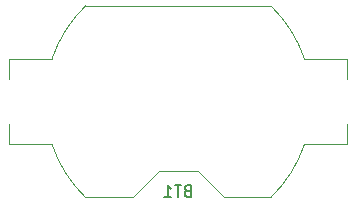
<source format=gbr>
%TF.GenerationSoftware,KiCad,Pcbnew,6.0.7-f9a2dced07~116~ubuntu22.04.1*%
%TF.CreationDate,2022-08-30T22:25:08-07:00*%
%TF.ProjectId,kicad_hello_world,6b696361-645f-4686-956c-6c6f5f776f72,0*%
%TF.SameCoordinates,Original*%
%TF.FileFunction,Legend,Bot*%
%TF.FilePolarity,Positive*%
%FSLAX46Y46*%
G04 Gerber Fmt 4.6, Leading zero omitted, Abs format (unit mm)*
G04 Created by KiCad (PCBNEW 6.0.7-f9a2dced07~116~ubuntu22.04.1) date 2022-08-30 22:25:08*
%MOMM*%
%LPD*%
G01*
G04 APERTURE LIST*
%ADD10C,0.150000*%
%ADD11C,0.120000*%
G04 APERTURE END LIST*
D10*
%TO.C,BT1*%
X135785714Y-97548571D02*
X135642857Y-97596190D01*
X135595238Y-97643809D01*
X135547619Y-97739047D01*
X135547619Y-97881904D01*
X135595238Y-97977142D01*
X135642857Y-98024761D01*
X135738095Y-98072380D01*
X136119047Y-98072380D01*
X136119047Y-97072380D01*
X135785714Y-97072380D01*
X135690476Y-97120000D01*
X135642857Y-97167619D01*
X135595238Y-97262857D01*
X135595238Y-97358095D01*
X135642857Y-97453333D01*
X135690476Y-97500952D01*
X135785714Y-97548571D01*
X136119047Y-97548571D01*
X135261904Y-97072380D02*
X134690476Y-97072380D01*
X134976190Y-98072380D02*
X134976190Y-97072380D01*
X133833333Y-98072380D02*
X134404761Y-98072380D01*
X134119047Y-98072380D02*
X134119047Y-97072380D01*
X134214285Y-97215238D01*
X134309523Y-97310476D01*
X134404761Y-97358095D01*
D11*
X142845371Y-98111789D02*
G75*
G03*
X145692000Y-93610000I-7845366J8111785D01*
G01*
X145691999Y-86390000D02*
G75*
G03*
X142845371Y-81888211I-10692019J-3610010D01*
G01*
X127154629Y-81888211D02*
G75*
G03*
X124308000Y-86390000I7845371J-8111789D01*
G01*
X124308000Y-93610000D02*
G75*
G03*
X127154629Y-98111789I10692020J3610012D01*
G01*
X120690000Y-91900000D02*
X120690000Y-93610000D01*
X138860000Y-98110000D02*
X142847300Y-98110000D01*
X149310000Y-88100000D02*
X149310000Y-86390000D01*
X149310000Y-86390000D02*
X145692000Y-86390000D01*
X133340000Y-95910000D02*
X131140000Y-98110000D01*
X127152700Y-98110000D02*
X131140000Y-98110000D01*
X145692000Y-93610000D02*
X149310000Y-93610000D01*
X124308000Y-86390000D02*
X120690000Y-86390000D01*
X120690000Y-93610000D02*
X124308000Y-93610000D01*
X142847300Y-81890000D02*
X127152700Y-81890000D01*
X133340000Y-95910000D02*
X136660000Y-95910000D01*
X149310000Y-91900000D02*
X149310000Y-93610000D01*
X120690000Y-88100000D02*
X120690000Y-86390000D01*
X136660000Y-95910000D02*
X138860000Y-98110000D01*
%TD*%
M02*

</source>
